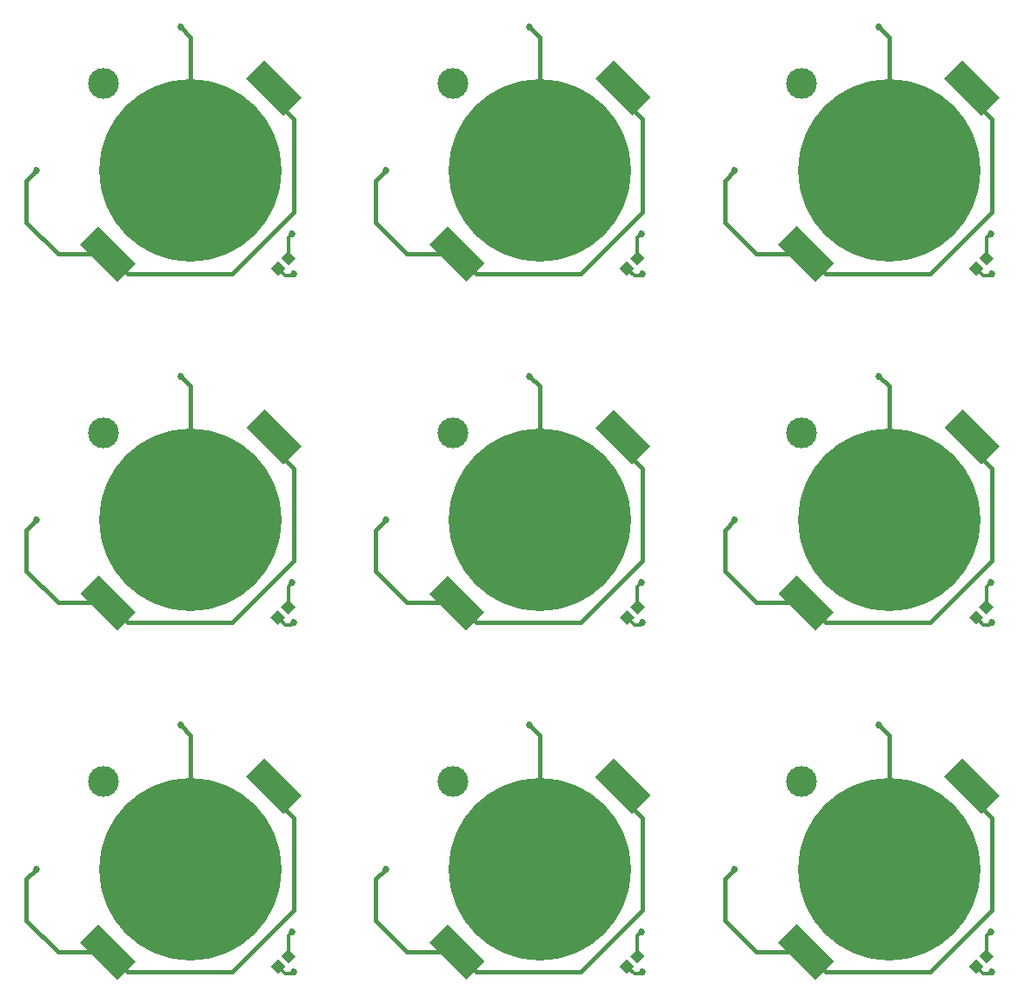
<source format=gbl>
%MOIN*%
%OFA0B0*%
%FSLAX46Y46*%
%IPPOS*%
%LPD*%
%ADD10C,0.0039370078740157488*%
%ADD11C,0.70000000000000007*%
%ADD12C,0.11811023622047245*%
%ADD13C,0.027*%
%ADD14C,0.016*%
%ADD15C,0.012000000000000002*%
%ADD26C,0.0039370078740157488*%
%ADD27C,0.70000000000000007*%
%ADD28C,0.11811023622047245*%
%ADD29C,0.027*%
%ADD30C,0.016*%
%ADD31C,0.012000000000000002*%
%ADD32C,0.0039370078740157488*%
%ADD33C,0.70000000000000007*%
%ADD34C,0.11811023622047245*%
%ADD35C,0.027*%
%ADD36C,0.016*%
%ADD37C,0.012000000000000002*%
%ADD38C,0.0039370078740157488*%
%ADD39C,0.70000000000000007*%
%ADD40C,0.11811023622047245*%
%ADD41C,0.027*%
%ADD42C,0.016*%
%ADD43C,0.012000000000000002*%
%ADD44C,0.0039370078740157488*%
%ADD45C,0.70000000000000007*%
%ADD46C,0.11811023622047245*%
%ADD47C,0.027*%
%ADD48C,0.016*%
%ADD49C,0.012000000000000002*%
%ADD50C,0.0039370078740157488*%
%ADD51C,0.70000000000000007*%
%ADD52C,0.11811023622047245*%
%ADD53C,0.027*%
%ADD54C,0.016*%
%ADD55C,0.012000000000000002*%
%ADD56C,0.0039370078740157488*%
%ADD57C,0.70000000000000007*%
%ADD58C,0.11811023622047245*%
%ADD59C,0.027*%
%ADD60C,0.016*%
%ADD61C,0.012000000000000002*%
%ADD62C,0.0039370078740157488*%
%ADD63C,0.70000000000000007*%
%ADD64C,0.11811023622047245*%
%ADD65C,0.027*%
%ADD66C,0.016*%
%ADD67C,0.012000000000000002*%
%ADD68C,0.0039370078740157488*%
%ADD69C,0.70000000000000007*%
%ADD70C,0.11811023622047245*%
%ADD71C,0.027*%
%ADD72C,0.016*%
%ADD73C,0.012000000000000002*%
G01G01*
D10*
D11*
X-0007414173Y0004104330D02*
X0000807086Y0000433070D03*
D10*
G36*
X0001089929Y0000857334D02*
X0001231350Y0000715913D01*
X0001160639Y0000645202D01*
X0001019218Y0000786624D01*
X0001089929Y0000857334D01*
X0001089929Y0000857334D01*
G37*
G36*
X0000453532Y0000220938D02*
X0000594954Y0000079517D01*
X0000524243Y0000008806D01*
X0000382822Y0000150228D01*
X0000453532Y0000220938D01*
X0000453532Y0000220938D01*
G37*
G36*
X0001141731Y0000031216D02*
X0001113893Y0000059055D01*
X0001141731Y0000086893D01*
X0001169570Y0000059055D01*
X0001141731Y0000031216D01*
X0001141731Y0000031216D01*
G37*
G36*
X0001181102Y0000070586D02*
X0001153263Y0000098425D01*
X0001181102Y0000126264D01*
X0001208940Y0000098425D01*
X0001181102Y0000070586D01*
X0001181102Y0000070586D01*
G37*
D12*
X0000472440Y0000767716D03*
D13*
X0000767716Y0000984251D03*
X0001196850Y0000192913D03*
X0000216535Y0000433070D03*
X0001200787Y0000039370D03*
D14*
X0000807086Y0000433070D02*
X0000807086Y0000944881D01*
X0000807086Y0000944881D02*
X0000767716Y0000984251D01*
D15*
X0001181102Y0000098425D02*
X0001181102Y0000177165D01*
X0001181102Y0000177165D02*
X0001196850Y0000192913D01*
D14*
X0001125284Y0000751268D02*
X0001125284Y0000705423D01*
X0001125284Y0000705423D02*
X0001200787Y0000629921D01*
X0001200787Y0000629921D02*
X0001200787Y0000275590D01*
X0001200787Y0000275590D02*
X0000964566Y0000039370D01*
X0000964566Y0000039370D02*
X0000564390Y0000039370D01*
X0000564390Y0000039370D02*
X0000488888Y0000114872D01*
X0000488888Y0000114872D02*
X0000298512Y0000114872D01*
X0000177165Y0000393700D02*
X0000216535Y0000433070D01*
X0000177165Y0000236220D02*
X0000177165Y0000393700D01*
X0000298512Y0000114872D02*
X0000177165Y0000236220D01*
D15*
X0001141731Y0000059055D02*
X0001169291Y0000031496D01*
X0001169291Y0000031496D02*
X0001192913Y0000031496D01*
X0001192913Y0000031496D02*
X0001200787Y0000039370D01*
G04 next file*
G04 #@! TF.FileFunction,Copper,L2,Bot,Signal*
G04 Gerber Fmt 4.6, Leading zero omitted, Abs format (unit mm)*
G04 Created by KiCad (PCBNEW 4.0.7) date 01/30/18 20:10:09*
G01G01*
G04 APERTURE LIST*
G04 APERTURE END LIST*
D26*
D27*
X-0007414173Y0005442913D02*
X0000807086Y0001771653D03*
D26*
G36*
X0001089929Y0002195917D02*
X0001231350Y0002054496D01*
X0001160639Y0001983785D01*
X0001019218Y0002125206D01*
X0001089929Y0002195917D01*
X0001089929Y0002195917D01*
G37*
G36*
X0000453532Y0001559521D02*
X0000594954Y0001418100D01*
X0000524243Y0001347389D01*
X0000382822Y0001488810D01*
X0000453532Y0001559521D01*
X0000453532Y0001559521D01*
G37*
G36*
X0001141731Y0001369798D02*
X0001113893Y0001397637D01*
X0001141731Y0001425476D01*
X0001169570Y0001397637D01*
X0001141731Y0001369798D01*
X0001141731Y0001369798D01*
G37*
G36*
X0001181102Y0001409169D02*
X0001153263Y0001437007D01*
X0001181102Y0001464846D01*
X0001208940Y0001437007D01*
X0001181102Y0001409169D01*
X0001181102Y0001409169D01*
G37*
D28*
X0000472440Y0002106299D03*
D29*
X0000767716Y0002322834D03*
X0001196850Y0001531496D03*
X0000216535Y0001771653D03*
X0001200787Y0001377952D03*
D30*
X0000807086Y0001771653D02*
X0000807086Y0002283464D01*
X0000807086Y0002283464D02*
X0000767716Y0002322834D01*
D31*
X0001181102Y0001437007D02*
X0001181102Y0001515748D01*
X0001181102Y0001515748D02*
X0001196850Y0001531496D01*
D30*
X0001125284Y0002089851D02*
X0001125284Y0002044006D01*
X0001125284Y0002044006D02*
X0001200787Y0001968503D01*
X0001200787Y0001968503D02*
X0001200787Y0001614173D01*
X0001200787Y0001614173D02*
X0000964566Y0001377952D01*
X0000964566Y0001377952D02*
X0000564390Y0001377952D01*
X0000564390Y0001377952D02*
X0000488888Y0001453455D01*
X0000488888Y0001453455D02*
X0000298512Y0001453455D01*
X0000177165Y0001732283D02*
X0000216535Y0001771653D01*
X0000177165Y0001574803D02*
X0000177165Y0001732283D01*
X0000298512Y0001453455D02*
X0000177165Y0001574803D01*
D31*
X0001141731Y0001397637D02*
X0001169291Y0001370078D01*
X0001169291Y0001370078D02*
X0001192913Y0001370078D01*
X0001192913Y0001370078D02*
X0001200787Y0001377952D01*
G04 next file*
G04 #@! TF.FileFunction,Copper,L2,Bot,Signal*
G04 Gerber Fmt 4.6, Leading zero omitted, Abs format (unit mm)*
G04 Created by KiCad (PCBNEW 4.0.7) date 01/30/18 20:10:09*
G01G01*
G04 APERTURE LIST*
G04 APERTURE END LIST*
D32*
D33*
X-0007414173Y0006781496D02*
X0000807086Y0003110236D03*
D32*
G36*
X0001089929Y0003534500D02*
X0001231350Y0003393078D01*
X0001160639Y0003322368D01*
X0001019218Y0003463789D01*
X0001089929Y0003534500D01*
X0001089929Y0003534500D01*
G37*
G36*
X0000453532Y0002898104D02*
X0000594954Y0002756682D01*
X0000524243Y0002685972D01*
X0000382822Y0002827393D01*
X0000453532Y0002898104D01*
X0000453532Y0002898104D01*
G37*
G36*
X0001141731Y0002708381D02*
X0001113893Y0002736220D01*
X0001141731Y0002764059D01*
X0001169570Y0002736220D01*
X0001141731Y0002708381D01*
X0001141731Y0002708381D01*
G37*
G36*
X0001181102Y0002747751D02*
X0001153263Y0002775590D01*
X0001181102Y0002803429D01*
X0001208940Y0002775590D01*
X0001181102Y0002747751D01*
X0001181102Y0002747751D01*
G37*
D34*
X0000472440Y0003444881D03*
D35*
X0000767716Y0003661417D03*
X0001196850Y0002870078D03*
X0000216535Y0003110236D03*
X0001200787Y0002716535D03*
D36*
X0000807086Y0003110236D02*
X0000807086Y0003622047D01*
X0000807086Y0003622047D02*
X0000767716Y0003661417D01*
D37*
X0001181102Y0002775590D02*
X0001181102Y0002854330D01*
X0001181102Y0002854330D02*
X0001196850Y0002870078D01*
D36*
X0001125284Y0003428434D02*
X0001125284Y0003382589D01*
X0001125284Y0003382589D02*
X0001200787Y0003307086D01*
X0001200787Y0003307086D02*
X0001200787Y0002952755D01*
X0001200787Y0002952755D02*
X0000964566Y0002716535D01*
X0000964566Y0002716535D02*
X0000564390Y0002716535D01*
X0000564390Y0002716535D02*
X0000488888Y0002792038D01*
X0000488888Y0002792038D02*
X0000298512Y0002792038D01*
X0000177165Y0003070866D02*
X0000216535Y0003110236D01*
X0000177165Y0002913385D02*
X0000177165Y0003070866D01*
X0000298512Y0002792038D02*
X0000177165Y0002913385D01*
D37*
X0001141731Y0002736220D02*
X0001169291Y0002708661D01*
X0001169291Y0002708661D02*
X0001192913Y0002708661D01*
X0001192913Y0002708661D02*
X0001200787Y0002716535D01*
G04 next file*
G04 #@! TF.FileFunction,Copper,L2,Bot,Signal*
G04 Gerber Fmt 4.6, Leading zero omitted, Abs format (unit mm)*
G04 Created by KiCad (PCBNEW 4.0.7) date 01/30/18 20:10:09*
G01G01*
G04 APERTURE LIST*
G04 APERTURE END LIST*
D38*
D39*
X-0006075590Y0004104330D02*
X0002145668Y0000433070D03*
D38*
G36*
X0002428511Y0000857334D02*
X0002569933Y0000715913D01*
X0002499222Y0000645202D01*
X0002357801Y0000786624D01*
X0002428511Y0000857334D01*
X0002428511Y0000857334D01*
G37*
G36*
X0001792115Y0000220938D02*
X0001933536Y0000079517D01*
X0001862826Y0000008806D01*
X0001721404Y0000150228D01*
X0001792115Y0000220938D01*
X0001792115Y0000220938D01*
G37*
G36*
X0002480314Y0000031216D02*
X0002452475Y0000059055D01*
X0002480314Y0000086893D01*
X0002508153Y0000059055D01*
X0002480314Y0000031216D01*
X0002480314Y0000031216D01*
G37*
G36*
X0002519684Y0000070586D02*
X0002491845Y0000098425D01*
X0002519684Y0000126264D01*
X0002547523Y0000098425D01*
X0002519684Y0000070586D01*
X0002519684Y0000070586D01*
G37*
D40*
X0001811023Y0000767716D03*
D41*
X0002106298Y0000984251D03*
X0002535432Y0000192913D03*
X0001555117Y0000433070D03*
X0002539369Y0000039370D03*
D42*
X0002145668Y0000433070D02*
X0002145668Y0000944881D01*
X0002145668Y0000944881D02*
X0002106298Y0000984251D01*
D43*
X0002519684Y0000098425D02*
X0002519684Y0000177165D01*
X0002519684Y0000177165D02*
X0002535432Y0000192913D01*
D42*
X0002463867Y0000751268D02*
X0002463867Y0000705423D01*
X0002463867Y0000705423D02*
X0002539369Y0000629921D01*
X0002539369Y0000629921D02*
X0002539369Y0000275590D01*
X0002539369Y0000275590D02*
X0002303149Y0000039370D01*
X0002303149Y0000039370D02*
X0001902973Y0000039370D01*
X0001902973Y0000039370D02*
X0001827470Y0000114872D01*
X0001827470Y0000114872D02*
X0001637095Y0000114872D01*
X0001515747Y0000393700D02*
X0001555117Y0000433070D01*
X0001515747Y0000236220D02*
X0001515747Y0000393700D01*
X0001637095Y0000114872D02*
X0001515747Y0000236220D01*
D43*
X0002480314Y0000059055D02*
X0002507873Y0000031496D01*
X0002507873Y0000031496D02*
X0002531495Y0000031496D01*
X0002531495Y0000031496D02*
X0002539369Y0000039370D01*
G04 next file*
G04 #@! TF.FileFunction,Copper,L2,Bot,Signal*
G04 Gerber Fmt 4.6, Leading zero omitted, Abs format (unit mm)*
G04 Created by KiCad (PCBNEW 4.0.7) date 01/30/18 20:10:09*
G01G01*
G04 APERTURE LIST*
G04 APERTURE END LIST*
D44*
D45*
X-0004737007Y0004104330D02*
X0003484251Y0000433070D03*
D44*
G36*
X0003767094Y0000857334D02*
X0003908516Y0000715913D01*
X0003837805Y0000645202D01*
X0003696384Y0000786624D01*
X0003767094Y0000857334D01*
X0003767094Y0000857334D01*
G37*
G36*
X0003130698Y0000220938D02*
X0003272119Y0000079517D01*
X0003201409Y0000008806D01*
X0003059987Y0000150228D01*
X0003130698Y0000220938D01*
X0003130698Y0000220938D01*
G37*
G36*
X0003818897Y0000031216D02*
X0003791058Y0000059055D01*
X0003818897Y0000086893D01*
X0003846736Y0000059055D01*
X0003818897Y0000031216D01*
X0003818897Y0000031216D01*
G37*
G36*
X0003858267Y0000070586D02*
X0003830428Y0000098425D01*
X0003858267Y0000126264D01*
X0003886106Y0000098425D01*
X0003858267Y0000070586D01*
X0003858267Y0000070586D01*
G37*
D46*
X0003149606Y0000767716D03*
D47*
X0003444881Y0000984251D03*
X0003874015Y0000192913D03*
X0002893700Y0000433070D03*
X0003877952Y0000039370D03*
D48*
X0003484251Y0000433070D02*
X0003484251Y0000944881D01*
X0003484251Y0000944881D02*
X0003444881Y0000984251D01*
D49*
X0003858267Y0000098425D02*
X0003858267Y0000177165D01*
X0003858267Y0000177165D02*
X0003874015Y0000192913D01*
D48*
X0003802450Y0000751268D02*
X0003802450Y0000705423D01*
X0003802450Y0000705423D02*
X0003877952Y0000629921D01*
X0003877952Y0000629921D02*
X0003877952Y0000275590D01*
X0003877952Y0000275590D02*
X0003641732Y0000039370D01*
X0003641732Y0000039370D02*
X0003241556Y0000039370D01*
X0003241556Y0000039370D02*
X0003166053Y0000114872D01*
X0003166053Y0000114872D02*
X0002975678Y0000114872D01*
X0002854330Y0000393700D02*
X0002893700Y0000433070D01*
X0002854330Y0000236220D02*
X0002854330Y0000393700D01*
X0002975678Y0000114872D02*
X0002854330Y0000236220D01*
D49*
X0003818897Y0000059055D02*
X0003846456Y0000031496D01*
X0003846456Y0000031496D02*
X0003870078Y0000031496D01*
X0003870078Y0000031496D02*
X0003877952Y0000039370D01*
G04 next file*
G04 #@! TF.FileFunction,Copper,L2,Bot,Signal*
G04 Gerber Fmt 4.6, Leading zero omitted, Abs format (unit mm)*
G04 Created by KiCad (PCBNEW 4.0.7) date 01/30/18 20:10:09*
G01G01*
G04 APERTURE LIST*
G04 APERTURE END LIST*
D50*
D51*
X-0006075590Y0005442913D02*
X0002145668Y0001771653D03*
D50*
G36*
X0002428511Y0002195917D02*
X0002569933Y0002054496D01*
X0002499222Y0001983785D01*
X0002357801Y0002125206D01*
X0002428511Y0002195917D01*
X0002428511Y0002195917D01*
G37*
G36*
X0001792115Y0001559521D02*
X0001933536Y0001418100D01*
X0001862826Y0001347389D01*
X0001721404Y0001488810D01*
X0001792115Y0001559521D01*
X0001792115Y0001559521D01*
G37*
G36*
X0002480314Y0001369798D02*
X0002452475Y0001397637D01*
X0002480314Y0001425476D01*
X0002508153Y0001397637D01*
X0002480314Y0001369798D01*
X0002480314Y0001369798D01*
G37*
G36*
X0002519684Y0001409169D02*
X0002491845Y0001437007D01*
X0002519684Y0001464846D01*
X0002547523Y0001437007D01*
X0002519684Y0001409169D01*
X0002519684Y0001409169D01*
G37*
D52*
X0001811023Y0002106299D03*
D53*
X0002106298Y0002322834D03*
X0002535432Y0001531496D03*
X0001555117Y0001771653D03*
X0002539369Y0001377952D03*
D54*
X0002145668Y0001771653D02*
X0002145668Y0002283464D01*
X0002145668Y0002283464D02*
X0002106298Y0002322834D01*
D55*
X0002519684Y0001437007D02*
X0002519684Y0001515748D01*
X0002519684Y0001515748D02*
X0002535432Y0001531496D01*
D54*
X0002463867Y0002089851D02*
X0002463867Y0002044006D01*
X0002463867Y0002044006D02*
X0002539369Y0001968503D01*
X0002539369Y0001968503D02*
X0002539369Y0001614173D01*
X0002539369Y0001614173D02*
X0002303149Y0001377952D01*
X0002303149Y0001377952D02*
X0001902973Y0001377952D01*
X0001902973Y0001377952D02*
X0001827470Y0001453455D01*
X0001827470Y0001453455D02*
X0001637095Y0001453455D01*
X0001515747Y0001732283D02*
X0001555117Y0001771653D01*
X0001515747Y0001574803D02*
X0001515747Y0001732283D01*
X0001637095Y0001453455D02*
X0001515747Y0001574803D01*
D55*
X0002480314Y0001397637D02*
X0002507873Y0001370078D01*
X0002507873Y0001370078D02*
X0002531495Y0001370078D01*
X0002531495Y0001370078D02*
X0002539369Y0001377952D01*
G04 next file*
G04 #@! TF.FileFunction,Copper,L2,Bot,Signal*
G04 Gerber Fmt 4.6, Leading zero omitted, Abs format (unit mm)*
G04 Created by KiCad (PCBNEW 4.0.7) date 01/30/18 20:10:09*
G01G01*
G04 APERTURE LIST*
G04 APERTURE END LIST*
D56*
D57*
X-0006075590Y0006781496D02*
X0002145668Y0003110236D03*
D56*
G36*
X0002428511Y0003534500D02*
X0002569933Y0003393078D01*
X0002499222Y0003322368D01*
X0002357801Y0003463789D01*
X0002428511Y0003534500D01*
X0002428511Y0003534500D01*
G37*
G36*
X0001792115Y0002898104D02*
X0001933536Y0002756682D01*
X0001862826Y0002685972D01*
X0001721404Y0002827393D01*
X0001792115Y0002898104D01*
X0001792115Y0002898104D01*
G37*
G36*
X0002480314Y0002708381D02*
X0002452475Y0002736220D01*
X0002480314Y0002764059D01*
X0002508153Y0002736220D01*
X0002480314Y0002708381D01*
X0002480314Y0002708381D01*
G37*
G36*
X0002519684Y0002747751D02*
X0002491845Y0002775590D01*
X0002519684Y0002803429D01*
X0002547523Y0002775590D01*
X0002519684Y0002747751D01*
X0002519684Y0002747751D01*
G37*
D58*
X0001811023Y0003444881D03*
D59*
X0002106298Y0003661417D03*
X0002535432Y0002870078D03*
X0001555117Y0003110236D03*
X0002539369Y0002716535D03*
D60*
X0002145668Y0003110236D02*
X0002145668Y0003622047D01*
X0002145668Y0003622047D02*
X0002106298Y0003661417D01*
D61*
X0002519684Y0002775590D02*
X0002519684Y0002854330D01*
X0002519684Y0002854330D02*
X0002535432Y0002870078D01*
D60*
X0002463867Y0003428434D02*
X0002463867Y0003382589D01*
X0002463867Y0003382589D02*
X0002539369Y0003307086D01*
X0002539369Y0003307086D02*
X0002539369Y0002952755D01*
X0002539369Y0002952755D02*
X0002303149Y0002716535D01*
X0002303149Y0002716535D02*
X0001902973Y0002716535D01*
X0001902973Y0002716535D02*
X0001827470Y0002792038D01*
X0001827470Y0002792038D02*
X0001637095Y0002792038D01*
X0001515747Y0003070866D02*
X0001555117Y0003110236D01*
X0001515747Y0002913385D02*
X0001515747Y0003070866D01*
X0001637095Y0002792038D02*
X0001515747Y0002913385D01*
D61*
X0002480314Y0002736220D02*
X0002507873Y0002708661D01*
X0002507873Y0002708661D02*
X0002531495Y0002708661D01*
X0002531495Y0002708661D02*
X0002539369Y0002716535D01*
G04 next file*
G04 #@! TF.FileFunction,Copper,L2,Bot,Signal*
G04 Gerber Fmt 4.6, Leading zero omitted, Abs format (unit mm)*
G04 Created by KiCad (PCBNEW 4.0.7) date 01/30/18 20:10:09*
G01G01*
G04 APERTURE LIST*
G04 APERTURE END LIST*
D62*
D63*
X-0004737007Y0005442913D02*
X0003484251Y0001771653D03*
D62*
G36*
X0003767094Y0002195917D02*
X0003908516Y0002054496D01*
X0003837805Y0001983785D01*
X0003696384Y0002125206D01*
X0003767094Y0002195917D01*
X0003767094Y0002195917D01*
G37*
G36*
X0003130698Y0001559521D02*
X0003272119Y0001418100D01*
X0003201409Y0001347389D01*
X0003059987Y0001488810D01*
X0003130698Y0001559521D01*
X0003130698Y0001559521D01*
G37*
G36*
X0003818897Y0001369798D02*
X0003791058Y0001397637D01*
X0003818897Y0001425476D01*
X0003846736Y0001397637D01*
X0003818897Y0001369798D01*
X0003818897Y0001369798D01*
G37*
G36*
X0003858267Y0001409169D02*
X0003830428Y0001437007D01*
X0003858267Y0001464846D01*
X0003886106Y0001437007D01*
X0003858267Y0001409169D01*
X0003858267Y0001409169D01*
G37*
D64*
X0003149606Y0002106299D03*
D65*
X0003444881Y0002322834D03*
X0003874015Y0001531496D03*
X0002893700Y0001771653D03*
X0003877952Y0001377952D03*
D66*
X0003484251Y0001771653D02*
X0003484251Y0002283464D01*
X0003484251Y0002283464D02*
X0003444881Y0002322834D01*
D67*
X0003858267Y0001437007D02*
X0003858267Y0001515748D01*
X0003858267Y0001515748D02*
X0003874015Y0001531496D01*
D66*
X0003802450Y0002089851D02*
X0003802450Y0002044006D01*
X0003802450Y0002044006D02*
X0003877952Y0001968503D01*
X0003877952Y0001968503D02*
X0003877952Y0001614173D01*
X0003877952Y0001614173D02*
X0003641732Y0001377952D01*
X0003641732Y0001377952D02*
X0003241556Y0001377952D01*
X0003241556Y0001377952D02*
X0003166053Y0001453455D01*
X0003166053Y0001453455D02*
X0002975678Y0001453455D01*
X0002854330Y0001732283D02*
X0002893700Y0001771653D01*
X0002854330Y0001574803D02*
X0002854330Y0001732283D01*
X0002975678Y0001453455D02*
X0002854330Y0001574803D01*
D67*
X0003818897Y0001397637D02*
X0003846456Y0001370078D01*
X0003846456Y0001370078D02*
X0003870078Y0001370078D01*
X0003870078Y0001370078D02*
X0003877952Y0001377952D01*
G04 next file*
G04 #@! TF.FileFunction,Copper,L2,Bot,Signal*
G04 Gerber Fmt 4.6, Leading zero omitted, Abs format (unit mm)*
G04 Created by KiCad (PCBNEW 4.0.7) date 01/30/18 20:10:09*
G01G01*
G04 APERTURE LIST*
G04 APERTURE END LIST*
D68*
D69*
X-0004737007Y0006781496D02*
X0003484251Y0003110236D03*
D68*
G36*
X0003767094Y0003534500D02*
X0003908516Y0003393078D01*
X0003837805Y0003322368D01*
X0003696384Y0003463789D01*
X0003767094Y0003534500D01*
X0003767094Y0003534500D01*
G37*
G36*
X0003130698Y0002898104D02*
X0003272119Y0002756682D01*
X0003201409Y0002685972D01*
X0003059987Y0002827393D01*
X0003130698Y0002898104D01*
X0003130698Y0002898104D01*
G37*
G36*
X0003818897Y0002708381D02*
X0003791058Y0002736220D01*
X0003818897Y0002764059D01*
X0003846736Y0002736220D01*
X0003818897Y0002708381D01*
X0003818897Y0002708381D01*
G37*
G36*
X0003858267Y0002747751D02*
X0003830428Y0002775590D01*
X0003858267Y0002803429D01*
X0003886106Y0002775590D01*
X0003858267Y0002747751D01*
X0003858267Y0002747751D01*
G37*
D70*
X0003149606Y0003444881D03*
D71*
X0003444881Y0003661417D03*
X0003874015Y0002870078D03*
X0002893700Y0003110236D03*
X0003877952Y0002716535D03*
D72*
X0003484251Y0003110236D02*
X0003484251Y0003622047D01*
X0003484251Y0003622047D02*
X0003444881Y0003661417D01*
D73*
X0003858267Y0002775590D02*
X0003858267Y0002854330D01*
X0003858267Y0002854330D02*
X0003874015Y0002870078D01*
D72*
X0003802450Y0003428434D02*
X0003802450Y0003382589D01*
X0003802450Y0003382589D02*
X0003877952Y0003307086D01*
X0003877952Y0003307086D02*
X0003877952Y0002952755D01*
X0003877952Y0002952755D02*
X0003641732Y0002716535D01*
X0003641732Y0002716535D02*
X0003241556Y0002716535D01*
X0003241556Y0002716535D02*
X0003166053Y0002792038D01*
X0003166053Y0002792038D02*
X0002975678Y0002792038D01*
X0002854330Y0003070866D02*
X0002893700Y0003110236D01*
X0002854330Y0002913385D02*
X0002854330Y0003070866D01*
X0002975678Y0002792038D02*
X0002854330Y0002913385D01*
D73*
X0003818897Y0002736220D02*
X0003846456Y0002708661D01*
X0003846456Y0002708661D02*
X0003870078Y0002708661D01*
X0003870078Y0002708661D02*
X0003877952Y0002716535D01*
M02*
</source>
